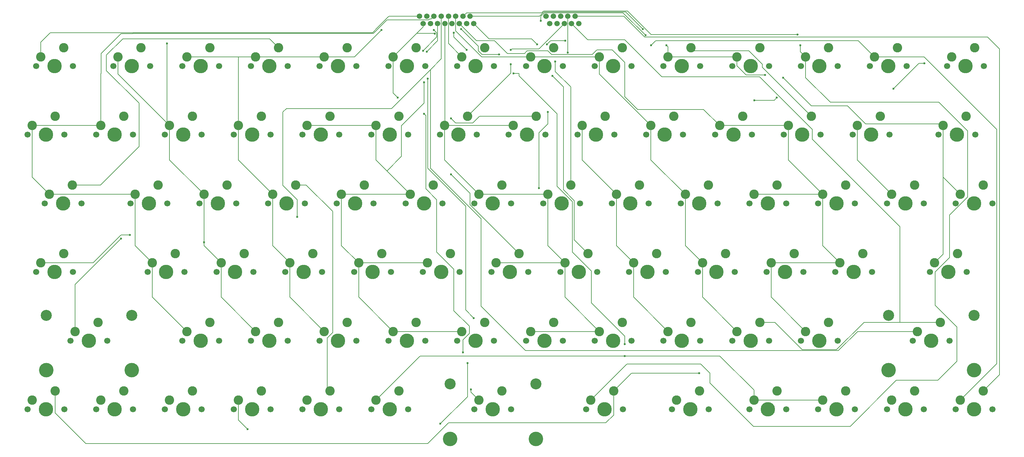
<source format=gbr>
G04 #@! TF.FileFunction,Copper,L2,Bot,Signal*
%FSLAX46Y46*%
G04 Gerber Fmt 4.6, Leading zero omitted, Abs format (unit mm)*
G04 Created by KiCad (PCBNEW 4.0.6) date 08/19/17 18:46:32*
%MOMM*%
%LPD*%
G01*
G04 APERTURE LIST*
%ADD10C,0.100000*%
%ADD11C,1.500000*%
%ADD12C,1.524000*%
%ADD13C,3.980180*%
%ADD14C,2.600000*%
%ADD15C,1.699260*%
%ADD16C,3.050000*%
%ADD17C,4.000000*%
%ADD18C,0.600000*%
%ADD19C,0.140000*%
G04 APERTURE END LIST*
D10*
D11*
X189500000Y-74500000D03*
X190500000Y-76500000D03*
X191500000Y-74500000D03*
X192500000Y-76500000D03*
X193500000Y-74500000D03*
X194500000Y-76500000D03*
X195500000Y-74500000D03*
X196500000Y-76500000D03*
X197500000Y-74500000D03*
X198500000Y-76500000D03*
X199500000Y-74500000D03*
X200500000Y-76500000D03*
X201500000Y-74500000D03*
X202500000Y-76500000D03*
X203500000Y-74500000D03*
X204500000Y-76500000D03*
D12*
X224500000Y-74500000D03*
D11*
X225500000Y-76500000D03*
X226500000Y-74500000D03*
X227500000Y-76500000D03*
X228500000Y-74500000D03*
X229500000Y-76500000D03*
X230500000Y-74500000D03*
X231500000Y-76500000D03*
X232500000Y-74500000D03*
X233500000Y-76500000D03*
D13*
X88625000Y-88250000D03*
D14*
X91165000Y-83170000D03*
X84815000Y-85710000D03*
D15*
X83545000Y-88250000D03*
X93705000Y-88250000D03*
D13*
X86250000Y-107250000D03*
D14*
X88790000Y-102170000D03*
X82440000Y-104710000D03*
D15*
X81170000Y-107250000D03*
X91330000Y-107250000D03*
D13*
X91000000Y-126250000D03*
D14*
X93540000Y-121170000D03*
X87190000Y-123710000D03*
D15*
X85920000Y-126250000D03*
X96080000Y-126250000D03*
D13*
X88625000Y-145250000D03*
D14*
X91165000Y-140170000D03*
X84815000Y-142710000D03*
D15*
X83545000Y-145250000D03*
X93705000Y-145250000D03*
D13*
X98125000Y-164250000D03*
D14*
X100665000Y-159170000D03*
X94315000Y-161710000D03*
D15*
X93045000Y-164250000D03*
X103205000Y-164250000D03*
D13*
X86250000Y-183250000D03*
D14*
X88790000Y-178170000D03*
X82440000Y-180710000D03*
D15*
X81170000Y-183250000D03*
X91330000Y-183250000D03*
D13*
X110000000Y-88250000D03*
D14*
X112540000Y-83170000D03*
X106190000Y-85710000D03*
D15*
X104920000Y-88250000D03*
X115080000Y-88250000D03*
D13*
X105250000Y-107250000D03*
D14*
X107790000Y-102170000D03*
X101440000Y-104710000D03*
D15*
X100170000Y-107250000D03*
X110330000Y-107250000D03*
D13*
X114750000Y-126250000D03*
D14*
X117290000Y-121170000D03*
X110940000Y-123710000D03*
D15*
X109670000Y-126250000D03*
X119830000Y-126250000D03*
D13*
X119500000Y-145250000D03*
D14*
X122040000Y-140170000D03*
X115690000Y-142710000D03*
D15*
X114420000Y-145250000D03*
X124580000Y-145250000D03*
D13*
X129000000Y-164250000D03*
D14*
X131540000Y-159170000D03*
X125190000Y-161710000D03*
D15*
X123920000Y-164250000D03*
X134080000Y-164250000D03*
D13*
X105250000Y-183250000D03*
D14*
X107790000Y-178170000D03*
X101440000Y-180710000D03*
D15*
X100170000Y-183250000D03*
X110330000Y-183250000D03*
D13*
X129000000Y-88250000D03*
D14*
X131540000Y-83170000D03*
X125190000Y-85710000D03*
D15*
X123920000Y-88250000D03*
X134080000Y-88250000D03*
D13*
X124250000Y-107250000D03*
D14*
X126790000Y-102170000D03*
X120440000Y-104710000D03*
D15*
X119170000Y-107250000D03*
X129330000Y-107250000D03*
D13*
X133750000Y-126250000D03*
D14*
X136290000Y-121170000D03*
X129940000Y-123710000D03*
D15*
X128670000Y-126250000D03*
X138830000Y-126250000D03*
D13*
X138500000Y-145250000D03*
D14*
X141040000Y-140170000D03*
X134690000Y-142710000D03*
D15*
X133420000Y-145250000D03*
X143580000Y-145250000D03*
D13*
X148000000Y-164250000D03*
D14*
X150540000Y-159170000D03*
X144190000Y-161710000D03*
D15*
X142920000Y-164250000D03*
X153080000Y-164250000D03*
D13*
X124250000Y-183250000D03*
D14*
X126790000Y-178170000D03*
X120440000Y-180710000D03*
D15*
X119170000Y-183250000D03*
X129330000Y-183250000D03*
D13*
X148000000Y-88250000D03*
D14*
X150540000Y-83170000D03*
X144190000Y-85710000D03*
D15*
X142920000Y-88250000D03*
X153080000Y-88250000D03*
D13*
X143250000Y-107250000D03*
D14*
X145790000Y-102170000D03*
X139440000Y-104710000D03*
D15*
X138170000Y-107250000D03*
X148330000Y-107250000D03*
D13*
X152750000Y-126250000D03*
D14*
X155290000Y-121170000D03*
X148940000Y-123710000D03*
D15*
X147670000Y-126250000D03*
X157830000Y-126250000D03*
D13*
X157500000Y-145250000D03*
D14*
X160040000Y-140170000D03*
X153690000Y-142710000D03*
D15*
X152420000Y-145250000D03*
X162580000Y-145250000D03*
D13*
X167000000Y-164250000D03*
D14*
X169540000Y-159170000D03*
X163190000Y-161710000D03*
D15*
X161920000Y-164250000D03*
X172080000Y-164250000D03*
D13*
X143250000Y-183250000D03*
D14*
X145790000Y-178170000D03*
X139440000Y-180710000D03*
D15*
X138170000Y-183250000D03*
X148330000Y-183250000D03*
D13*
X167000000Y-88250000D03*
D14*
X169540000Y-83170000D03*
X163190000Y-85710000D03*
D15*
X161920000Y-88250000D03*
X172080000Y-88250000D03*
D13*
X162250000Y-107250000D03*
D14*
X164790000Y-102170000D03*
X158440000Y-104710000D03*
D15*
X157170000Y-107250000D03*
X167330000Y-107250000D03*
D13*
X171750000Y-126250000D03*
D14*
X174290000Y-121170000D03*
X167940000Y-123710000D03*
D15*
X166670000Y-126250000D03*
X176830000Y-126250000D03*
D13*
X176500000Y-145250000D03*
D14*
X179040000Y-140170000D03*
X172690000Y-142710000D03*
D15*
X171420000Y-145250000D03*
X181580000Y-145250000D03*
D13*
X186000000Y-164250000D03*
D14*
X188540000Y-159170000D03*
X182190000Y-161710000D03*
D15*
X180920000Y-164250000D03*
X191080000Y-164250000D03*
D13*
X162250000Y-183250000D03*
D14*
X164790000Y-178170000D03*
X158440000Y-180710000D03*
D15*
X157170000Y-183250000D03*
X167330000Y-183250000D03*
D13*
X186000000Y-88250000D03*
D14*
X188540000Y-83170000D03*
X182190000Y-85710000D03*
D15*
X180920000Y-88250000D03*
X191080000Y-88250000D03*
D13*
X181250000Y-107250000D03*
D14*
X183790000Y-102170000D03*
X177440000Y-104710000D03*
D15*
X176170000Y-107250000D03*
X186330000Y-107250000D03*
D13*
X190750000Y-126250000D03*
D14*
X193290000Y-121170000D03*
X186940000Y-123710000D03*
D15*
X185670000Y-126250000D03*
X195830000Y-126250000D03*
D13*
X195500000Y-145250000D03*
D14*
X198040000Y-140170000D03*
X191690000Y-142710000D03*
D15*
X190420000Y-145250000D03*
X200580000Y-145250000D03*
D13*
X205000000Y-164250000D03*
D14*
X207540000Y-159170000D03*
X201190000Y-161710000D03*
D15*
X199920000Y-164250000D03*
X210080000Y-164250000D03*
D13*
X181250000Y-183250000D03*
D14*
X183790000Y-178170000D03*
X177440000Y-180710000D03*
D15*
X176170000Y-183250000D03*
X186330000Y-183250000D03*
D13*
X205000000Y-88250000D03*
D14*
X207540000Y-83170000D03*
X201190000Y-85710000D03*
D15*
X199920000Y-88250000D03*
X210080000Y-88250000D03*
D13*
X200250000Y-107250000D03*
D14*
X202790000Y-102170000D03*
X196440000Y-104710000D03*
D15*
X195170000Y-107250000D03*
X205330000Y-107250000D03*
D13*
X209750000Y-126250000D03*
D14*
X212290000Y-121170000D03*
X205940000Y-123710000D03*
D15*
X204670000Y-126250000D03*
X214830000Y-126250000D03*
D13*
X214500000Y-145250000D03*
D14*
X217040000Y-140170000D03*
X210690000Y-142710000D03*
D15*
X209420000Y-145250000D03*
X219580000Y-145250000D03*
D13*
X224000000Y-164250000D03*
D14*
X226540000Y-159170000D03*
X220190000Y-161710000D03*
D15*
X218920000Y-164250000D03*
X229080000Y-164250000D03*
D13*
X209750000Y-183250000D03*
D14*
X212290000Y-178170000D03*
X205940000Y-180710000D03*
D15*
X204670000Y-183250000D03*
X214830000Y-183250000D03*
D13*
X224000000Y-88250000D03*
D14*
X226540000Y-83170000D03*
X220190000Y-85710000D03*
D15*
X218920000Y-88250000D03*
X229080000Y-88250000D03*
D13*
X219250000Y-107250000D03*
D14*
X221790000Y-102170000D03*
X215440000Y-104710000D03*
D15*
X214170000Y-107250000D03*
X224330000Y-107250000D03*
D13*
X228750000Y-126250000D03*
D14*
X231290000Y-121170000D03*
X224940000Y-123710000D03*
D15*
X223670000Y-126250000D03*
X233830000Y-126250000D03*
D13*
X233500000Y-145250000D03*
D14*
X236040000Y-140170000D03*
X229690000Y-142710000D03*
D15*
X228420000Y-145250000D03*
X238580000Y-145250000D03*
D13*
X243000000Y-164250000D03*
D14*
X245540000Y-159170000D03*
X239190000Y-161710000D03*
D15*
X237920000Y-164250000D03*
X248080000Y-164250000D03*
D13*
X240625000Y-183250000D03*
D14*
X243165000Y-178170000D03*
X236815000Y-180710000D03*
D15*
X235545000Y-183250000D03*
X245705000Y-183250000D03*
D13*
X243000000Y-88250000D03*
D14*
X245540000Y-83170000D03*
X239190000Y-85710000D03*
D15*
X237920000Y-88250000D03*
X248080000Y-88250000D03*
D13*
X238250000Y-107250000D03*
D14*
X240790000Y-102170000D03*
X234440000Y-104710000D03*
D15*
X233170000Y-107250000D03*
X243330000Y-107250000D03*
D13*
X247750000Y-126250000D03*
D14*
X250290000Y-121170000D03*
X243940000Y-123710000D03*
D15*
X242670000Y-126250000D03*
X252830000Y-126250000D03*
D13*
X252500000Y-145250000D03*
D14*
X255040000Y-140170000D03*
X248690000Y-142710000D03*
D15*
X247420000Y-145250000D03*
X257580000Y-145250000D03*
D13*
X262000000Y-164250000D03*
D14*
X264540000Y-159170000D03*
X258190000Y-161710000D03*
D15*
X256920000Y-164250000D03*
X267080000Y-164250000D03*
D13*
X264375000Y-183250000D03*
D14*
X266915000Y-178170000D03*
X260565000Y-180710000D03*
D15*
X259295000Y-183250000D03*
X269455000Y-183250000D03*
D13*
X262000000Y-88250000D03*
D14*
X264540000Y-83170000D03*
X258190000Y-85710000D03*
D15*
X256920000Y-88250000D03*
X267080000Y-88250000D03*
D13*
X257250000Y-107250000D03*
D14*
X259790000Y-102170000D03*
X253440000Y-104710000D03*
D15*
X252170000Y-107250000D03*
X262330000Y-107250000D03*
D13*
X266750000Y-126250000D03*
D14*
X269290000Y-121170000D03*
X262940000Y-123710000D03*
D15*
X261670000Y-126250000D03*
X271830000Y-126250000D03*
D13*
X271500000Y-145250000D03*
D14*
X274040000Y-140170000D03*
X267690000Y-142710000D03*
D15*
X266420000Y-145250000D03*
X276580000Y-145250000D03*
D13*
X281000000Y-164250000D03*
D14*
X283540000Y-159170000D03*
X277190000Y-161710000D03*
D15*
X275920000Y-164250000D03*
X286080000Y-164250000D03*
D13*
X285750000Y-183250000D03*
D14*
X288290000Y-178170000D03*
X281940000Y-180710000D03*
D15*
X280670000Y-183250000D03*
X290830000Y-183250000D03*
D13*
X281000000Y-88250000D03*
D14*
X283540000Y-83170000D03*
X277190000Y-85710000D03*
D15*
X275920000Y-88250000D03*
X286080000Y-88250000D03*
D13*
X276250000Y-107250000D03*
D14*
X278790000Y-102170000D03*
X272440000Y-104710000D03*
D15*
X271170000Y-107250000D03*
X281330000Y-107250000D03*
D13*
X285750000Y-126250000D03*
D14*
X288290000Y-121170000D03*
X281940000Y-123710000D03*
D15*
X280670000Y-126250000D03*
X290830000Y-126250000D03*
D13*
X290500000Y-145250000D03*
D14*
X293040000Y-140170000D03*
X286690000Y-142710000D03*
D15*
X285420000Y-145250000D03*
X295580000Y-145250000D03*
D13*
X300000000Y-164250000D03*
D14*
X302540000Y-159170000D03*
X296190000Y-161710000D03*
D15*
X294920000Y-164250000D03*
X305080000Y-164250000D03*
D13*
X323750000Y-183250000D03*
D14*
X326290000Y-178170000D03*
X319940000Y-180710000D03*
D15*
X318670000Y-183250000D03*
X328830000Y-183250000D03*
D13*
X300000000Y-88250000D03*
D14*
X302540000Y-83170000D03*
X296190000Y-85710000D03*
D15*
X294920000Y-88250000D03*
X305080000Y-88250000D03*
D13*
X295250000Y-107250000D03*
D14*
X297790000Y-102170000D03*
X291440000Y-104710000D03*
D15*
X290170000Y-107250000D03*
X300330000Y-107250000D03*
D13*
X304750000Y-126250000D03*
D14*
X307290000Y-121170000D03*
X300940000Y-123710000D03*
D15*
X299670000Y-126250000D03*
X309830000Y-126250000D03*
D13*
X309500000Y-145250000D03*
D14*
X312040000Y-140170000D03*
X305690000Y-142710000D03*
D15*
X304420000Y-145250000D03*
X314580000Y-145250000D03*
D13*
X330875000Y-164250000D03*
D14*
X333415000Y-159170000D03*
X327065000Y-161710000D03*
D15*
X325795000Y-164250000D03*
X335955000Y-164250000D03*
D13*
X304750000Y-183250000D03*
D14*
X307290000Y-178170000D03*
X300940000Y-180710000D03*
D15*
X299670000Y-183250000D03*
X309830000Y-183250000D03*
D13*
X319000000Y-88250000D03*
D14*
X321540000Y-83170000D03*
X315190000Y-85710000D03*
D15*
X313920000Y-88250000D03*
X324080000Y-88250000D03*
D13*
X314250000Y-107250000D03*
D14*
X316790000Y-102170000D03*
X310440000Y-104710000D03*
D15*
X309170000Y-107250000D03*
X319330000Y-107250000D03*
D13*
X323750000Y-126250000D03*
D14*
X326290000Y-121170000D03*
X319940000Y-123710000D03*
D15*
X318670000Y-126250000D03*
X328830000Y-126250000D03*
D13*
X335625000Y-145250000D03*
D14*
X338165000Y-140170000D03*
X331815000Y-142710000D03*
D15*
X330545000Y-145250000D03*
X340705000Y-145250000D03*
D13*
X342750000Y-183250000D03*
D14*
X345290000Y-178170000D03*
X338940000Y-180710000D03*
D15*
X337670000Y-183250000D03*
X347830000Y-183250000D03*
D13*
X340375000Y-88250000D03*
D14*
X342915000Y-83170000D03*
X336565000Y-85710000D03*
D15*
X335295000Y-88250000D03*
X345455000Y-88250000D03*
D13*
X338000000Y-107250000D03*
D14*
X340540000Y-102170000D03*
X334190000Y-104710000D03*
D15*
X332920000Y-107250000D03*
X343080000Y-107250000D03*
D13*
X342750000Y-126250000D03*
D14*
X345290000Y-121170000D03*
X338940000Y-123710000D03*
D15*
X337670000Y-126250000D03*
X347830000Y-126250000D03*
D16*
X86325000Y-157250000D03*
X110025000Y-157250000D03*
D17*
X110025000Y-172450000D03*
X86325000Y-172450000D03*
D16*
X319075000Y-157250000D03*
X342775000Y-157250000D03*
D17*
X342775000Y-172450000D03*
X319075000Y-172450000D03*
D16*
X197950000Y-176250000D03*
X221650000Y-176250000D03*
D17*
X221650000Y-191450000D03*
X197950000Y-191450000D03*
D18*
X285000000Y-90750000D03*
X290000000Y-91500000D03*
X203750000Y-177750000D03*
X201500000Y-167500000D03*
X190750000Y-101500000D03*
X183500000Y-97000000D03*
X257750000Y-82500000D03*
X252000000Y-79750000D03*
X223000000Y-75750000D03*
X193750000Y-79250000D03*
X179000000Y-78250000D03*
X119750000Y-82000000D03*
X130000000Y-137000000D03*
X109500000Y-135000000D03*
X191500000Y-84250000D03*
X190750000Y-92750000D03*
X107000000Y-136000000D03*
X155750000Y-130000000D03*
X195250000Y-187250000D03*
X193500000Y-78250000D03*
X190500000Y-84000000D03*
X191750000Y-91750000D03*
X204500000Y-158000000D03*
X202750000Y-170500000D03*
X294750000Y-82500000D03*
X294000000Y-79500000D03*
X246250000Y-168500000D03*
X246250000Y-165250000D03*
X215500000Y-90250000D03*
X211500000Y-85000000D03*
X201000000Y-78000000D03*
X253500000Y-82500000D03*
X251250000Y-78000000D03*
X142000000Y-188750000D03*
X329000000Y-87500000D03*
X320500000Y-94500000D03*
X288250000Y-97000000D03*
X282000000Y-97750000D03*
X229750000Y-81250000D03*
X224750000Y-82250000D03*
X222000000Y-82250000D03*
X202500000Y-83750000D03*
X199000000Y-79000000D03*
X222500000Y-122000000D03*
X225000000Y-101000000D03*
X198250000Y-118250000D03*
X226250000Y-91000000D03*
X227000000Y-87000000D03*
X214750000Y-87750000D03*
X214750000Y-83750000D03*
X198250000Y-102750000D03*
X230500000Y-84500000D03*
X266750000Y-173250000D03*
D19*
X178000000Y-77500000D02*
X181000000Y-74500000D01*
X178000000Y-77500000D02*
X176500000Y-79000000D01*
X84815000Y-85710000D02*
X84815000Y-81685000D01*
X84815000Y-81685000D02*
X87500000Y-79000000D01*
X176500000Y-79000000D02*
X87500000Y-79000000D01*
X181000000Y-74500000D02*
X189500000Y-74500000D01*
X334190000Y-104710000D02*
X333730000Y-104250000D01*
X333730000Y-104250000D02*
X312750000Y-104250000D01*
X277190000Y-88190000D02*
X277190000Y-85710000D01*
X279750000Y-90750000D02*
X277190000Y-88190000D01*
X285000000Y-90750000D02*
X279750000Y-90750000D01*
X297750000Y-99250000D02*
X290000000Y-91500000D01*
X307750000Y-99250000D02*
X297750000Y-99250000D01*
X312750000Y-104250000D02*
X307750000Y-99250000D01*
X182190000Y-85710000D02*
X182190000Y-95690000D01*
X203750000Y-178520000D02*
X205940000Y-180710000D01*
X203750000Y-177750000D02*
X203750000Y-178520000D01*
X201500000Y-164000000D02*
X201500000Y-167500000D01*
X203250000Y-162250000D02*
X201500000Y-164000000D01*
X203250000Y-160250000D02*
X203250000Y-162250000D01*
X199000000Y-156000000D02*
X203250000Y-160250000D01*
X199000000Y-144500000D02*
X199000000Y-156000000D01*
X194250000Y-139750000D02*
X199000000Y-144500000D01*
X194250000Y-125250000D02*
X194250000Y-139750000D01*
X191250000Y-122250000D02*
X194250000Y-125250000D01*
X191250000Y-102000000D02*
X191250000Y-122250000D01*
X190750000Y-101500000D02*
X191250000Y-102000000D01*
X182190000Y-95690000D02*
X183500000Y-97000000D01*
X188700000Y-79200000D02*
X193700000Y-79200000D01*
X258190000Y-82940000D02*
X258190000Y-85710000D01*
X257750000Y-82500000D02*
X258190000Y-82940000D01*
X245750000Y-73500000D02*
X252000000Y-79750000D01*
X224000000Y-73500000D02*
X245750000Y-73500000D01*
X223000000Y-74500000D02*
X224000000Y-73500000D01*
X223000000Y-75750000D02*
X223000000Y-74500000D01*
X193700000Y-79200000D02*
X193750000Y-79250000D01*
X190500000Y-76500000D02*
X190500000Y-77400000D01*
X190500000Y-77400000D02*
X188700000Y-79200000D01*
X188700000Y-79200000D02*
X182190000Y-85710000D01*
X334190000Y-118960000D02*
X334190000Y-140335000D01*
X334190000Y-140335000D02*
X331815000Y-142710000D01*
X334190000Y-104710000D02*
X334190000Y-118960000D01*
X334190000Y-118960000D02*
X338940000Y-123710000D01*
X258190000Y-85710000D02*
X277190000Y-85710000D01*
X171540000Y-85710000D02*
X163190000Y-85710000D01*
X179000000Y-78250000D02*
X171540000Y-85710000D01*
X139440000Y-104710000D02*
X139440000Y-114210000D01*
X139440000Y-114210000D02*
X148940000Y-123710000D01*
X148940000Y-123710000D02*
X148940000Y-137960000D01*
X148940000Y-137960000D02*
X153690000Y-142710000D01*
X153690000Y-142710000D02*
X153690000Y-152210000D01*
X153690000Y-152210000D02*
X163190000Y-161710000D01*
X139440000Y-104710000D02*
X139440000Y-85710000D01*
X139500000Y-85750000D02*
X139500000Y-85710000D01*
X139480000Y-85750000D02*
X139500000Y-85750000D01*
X139440000Y-85710000D02*
X139480000Y-85750000D01*
X125190000Y-85710000D02*
X139500000Y-85710000D01*
X139500000Y-85710000D02*
X144190000Y-85710000D01*
X144190000Y-85710000D02*
X163190000Y-85710000D01*
X119750000Y-82000000D02*
X119750000Y-104020000D01*
X119750000Y-104020000D02*
X120440000Y-104710000D01*
X84815000Y-142710000D02*
X99290000Y-142710000D01*
X130000000Y-137000000D02*
X129940000Y-137000000D01*
X107000000Y-135000000D02*
X109500000Y-135000000D01*
X99290000Y-142710000D02*
X107000000Y-135000000D01*
X106190000Y-85710000D02*
X106190000Y-90460000D01*
X106190000Y-90460000D02*
X120440000Y-104710000D01*
X120440000Y-104710000D02*
X120440000Y-114210000D01*
X120440000Y-114210000D02*
X129940000Y-123710000D01*
X129940000Y-123710000D02*
X129940000Y-137000000D01*
X129940000Y-137000000D02*
X129940000Y-137960000D01*
X129940000Y-137960000D02*
X134690000Y-142710000D01*
X134690000Y-142710000D02*
X134690000Y-152210000D01*
X134690000Y-152210000D02*
X144190000Y-161710000D01*
X110250000Y-79250000D02*
X107000000Y-79250000D01*
X101500000Y-90250000D02*
X101440000Y-90250000D01*
X101500000Y-84750000D02*
X101500000Y-90250000D01*
X107000000Y-79250000D02*
X101500000Y-84750000D01*
X193500000Y-74500000D02*
X192750000Y-75250000D01*
X101440000Y-90250000D02*
X101440000Y-104710000D01*
X110257998Y-79242002D02*
X110250000Y-79250000D01*
X176757998Y-79242002D02*
X110257998Y-79242002D01*
X180500000Y-75500000D02*
X176757998Y-79242002D01*
X192000000Y-75500000D02*
X180500000Y-75500000D01*
X192250000Y-75250000D02*
X192000000Y-75500000D01*
X192750000Y-75250000D02*
X192250000Y-75250000D01*
X115690000Y-142710000D02*
X115690000Y-152210000D01*
X115690000Y-152210000D02*
X125190000Y-161710000D01*
X110940000Y-123710000D02*
X110940000Y-137960000D01*
X110940000Y-137960000D02*
X115690000Y-142710000D01*
X82440000Y-104710000D02*
X82440000Y-118960000D01*
X82440000Y-118960000D02*
X87190000Y-123710000D01*
X87190000Y-123710000D02*
X110940000Y-123710000D01*
X101440000Y-104710000D02*
X82440000Y-104710000D01*
X180490000Y-117260000D02*
X184500000Y-113250000D01*
X194500000Y-81250000D02*
X194500000Y-76500000D01*
X191500000Y-84250000D02*
X194500000Y-81250000D01*
X190750000Y-98500000D02*
X190750000Y-92750000D01*
X184500000Y-104750000D02*
X190750000Y-98500000D01*
X184500000Y-113250000D02*
X184500000Y-104750000D01*
X182190000Y-161710000D02*
X201190000Y-161710000D01*
X172690000Y-142710000D02*
X191690000Y-142710000D01*
X172690000Y-142710000D02*
X172690000Y-152210000D01*
X172690000Y-152210000D02*
X182190000Y-161710000D01*
X167940000Y-123710000D02*
X167940000Y-137960000D01*
X167940000Y-137960000D02*
X172690000Y-142710000D01*
X186940000Y-123710000D02*
X167940000Y-123710000D01*
X177440000Y-104710000D02*
X177440000Y-114210000D01*
X177440000Y-114210000D02*
X180490000Y-117260000D01*
X180490000Y-117260000D02*
X186940000Y-123710000D01*
X158440000Y-104710000D02*
X177440000Y-104710000D01*
X192500000Y-89250000D02*
X192500000Y-116500000D01*
X310540000Y-161710000D02*
X327065000Y-161710000D01*
X305250000Y-167000000D02*
X310540000Y-161710000D01*
X218750000Y-167000000D02*
X305250000Y-167000000D01*
X206500000Y-154750000D02*
X218750000Y-167000000D01*
X206500000Y-130500000D02*
X206500000Y-154750000D01*
X192500000Y-116500000D02*
X206500000Y-130500000D01*
X195500000Y-74500000D02*
X195500000Y-86250000D01*
X94315000Y-148685000D02*
X94315000Y-161710000D01*
X107000000Y-136000000D02*
X94315000Y-148685000D01*
X155750000Y-125250000D02*
X155750000Y-130000000D01*
X151750000Y-121250000D02*
X155750000Y-125250000D01*
X151750000Y-101000000D02*
X151750000Y-121250000D01*
X152750000Y-100000000D02*
X151750000Y-101000000D01*
X181750000Y-100000000D02*
X152750000Y-100000000D01*
X195500000Y-86250000D02*
X192500000Y-89250000D01*
X192500000Y-89250000D02*
X181750000Y-100000000D01*
X239190000Y-161710000D02*
X220190000Y-161710000D01*
X229690000Y-142710000D02*
X229690000Y-152210000D01*
X229690000Y-152210000D02*
X239190000Y-161710000D01*
X229690000Y-142710000D02*
X210690000Y-142710000D01*
X224940000Y-123710000D02*
X224940000Y-137960000D01*
X224940000Y-137960000D02*
X229690000Y-142710000D01*
X205940000Y-123710000D02*
X224940000Y-123710000D01*
X196440000Y-104710000D02*
X196440000Y-114210000D01*
X196440000Y-114210000D02*
X205940000Y-123710000D01*
X196500000Y-76500000D02*
X196500000Y-104650000D01*
X196500000Y-104650000D02*
X196440000Y-104710000D01*
X215440000Y-104710000D02*
X196440000Y-104710000D01*
X310440000Y-104710000D02*
X310440000Y-114210000D01*
X310440000Y-114210000D02*
X319940000Y-123710000D01*
X248690000Y-142710000D02*
X248690000Y-152210000D01*
X248690000Y-152210000D02*
X258190000Y-161710000D01*
X243940000Y-123710000D02*
X243940000Y-137960000D01*
X243940000Y-137960000D02*
X248690000Y-142710000D01*
X234440000Y-104710000D02*
X234440000Y-114210000D01*
X234440000Y-114210000D02*
X243940000Y-123710000D01*
X197500000Y-74500000D02*
X197500000Y-82020000D01*
X197500000Y-82020000D02*
X201190000Y-85710000D01*
X194250000Y-79000000D02*
X193500000Y-78250000D01*
X194250000Y-80250000D02*
X194250000Y-79000000D01*
X190500000Y-84000000D02*
X194250000Y-80250000D01*
X191750000Y-116500000D02*
X191750000Y-91750000D01*
X202250000Y-127000000D02*
X191750000Y-116500000D01*
X202250000Y-155750000D02*
X202250000Y-127000000D01*
X204500000Y-158000000D02*
X202250000Y-155750000D01*
X202750000Y-179750000D02*
X202750000Y-170500000D01*
X202750000Y-179750000D02*
X195250000Y-187250000D01*
X267690000Y-142710000D02*
X267690000Y-152210000D01*
X267690000Y-152210000D02*
X277190000Y-161710000D01*
X262940000Y-123710000D02*
X262940000Y-137960000D01*
X262940000Y-137960000D02*
X267690000Y-142710000D01*
X253440000Y-104710000D02*
X253440000Y-114210000D01*
X253440000Y-114210000D02*
X262940000Y-123710000D01*
X239190000Y-85710000D02*
X239190000Y-90460000D01*
X239190000Y-90460000D02*
X253440000Y-104710000D01*
X220190000Y-85710000D02*
X239190000Y-85710000D01*
X199500000Y-74500000D02*
X199500000Y-78500000D01*
X206710000Y-85710000D02*
X220190000Y-85710000D01*
X199500000Y-78500000D02*
X206710000Y-85710000D01*
X200500000Y-76500000D02*
X205250000Y-81250000D01*
X267980000Y-100250000D02*
X272440000Y-104710000D01*
X249750000Y-100250000D02*
X267980000Y-100250000D01*
X246250000Y-96750000D02*
X249750000Y-100250000D01*
X246250000Y-87250000D02*
X246250000Y-96750000D01*
X242750000Y-83750000D02*
X246250000Y-87250000D01*
X238500000Y-83750000D02*
X242750000Y-83750000D01*
X237250000Y-85000000D02*
X238500000Y-83750000D01*
X226000000Y-85000000D02*
X237250000Y-85000000D01*
X225000000Y-84000000D02*
X226000000Y-85000000D01*
X219250000Y-84000000D02*
X225000000Y-84000000D01*
X218500000Y-84750000D02*
X219250000Y-84000000D01*
X213750000Y-84750000D02*
X218500000Y-84750000D01*
X210250000Y-81250000D02*
X213750000Y-84750000D01*
X205250000Y-81250000D02*
X210250000Y-81250000D01*
X286690000Y-142710000D02*
X286690000Y-152210000D01*
X286690000Y-152210000D02*
X296190000Y-161710000D01*
X286690000Y-142710000D02*
X305690000Y-142710000D01*
X300940000Y-123710000D02*
X300940000Y-137960000D01*
X300940000Y-137960000D02*
X305690000Y-142710000D01*
X281940000Y-123710000D02*
X300940000Y-123710000D01*
X291440000Y-104710000D02*
X291440000Y-114210000D01*
X291440000Y-114210000D02*
X300940000Y-123710000D01*
X272440000Y-104710000D02*
X291440000Y-104710000D01*
X296190000Y-85710000D02*
X296190000Y-91440000D01*
X246775000Y-170750000D02*
X236815000Y-180710000D01*
X267250000Y-170750000D02*
X246775000Y-170750000D01*
X269750000Y-173250000D02*
X267250000Y-170750000D01*
X269750000Y-176000000D02*
X269750000Y-173250000D01*
X281750000Y-188000000D02*
X269750000Y-176000000D01*
X308500000Y-188000000D02*
X281750000Y-188000000D01*
X321250000Y-175250000D02*
X308500000Y-188000000D01*
X332750000Y-175250000D02*
X321250000Y-175250000D01*
X338000000Y-170000000D02*
X332750000Y-175250000D01*
X338000000Y-160500000D02*
X338000000Y-170000000D01*
X332000000Y-154500000D02*
X338000000Y-160500000D01*
X332000000Y-145250000D02*
X332000000Y-154500000D01*
X336000000Y-141250000D02*
X332000000Y-145250000D01*
X336000000Y-129500000D02*
X336000000Y-141250000D01*
X341000000Y-124500000D02*
X336000000Y-129500000D01*
X341000000Y-106250000D02*
X341000000Y-124500000D01*
X333000000Y-98250000D02*
X341000000Y-106250000D01*
X303000000Y-98250000D02*
X333000000Y-98250000D01*
X296190000Y-91440000D02*
X303000000Y-98250000D01*
X201500000Y-74500000D02*
X202500000Y-73500000D01*
X294750000Y-84270000D02*
X296190000Y-85710000D01*
X294750000Y-82500000D02*
X294750000Y-84270000D01*
X253500000Y-79500000D02*
X294000000Y-79500000D01*
X247000000Y-73000000D02*
X253500000Y-79500000D01*
X223750000Y-73000000D02*
X247000000Y-73000000D01*
X223250000Y-73500000D02*
X223750000Y-73000000D01*
X202500000Y-73500000D02*
X223250000Y-73500000D01*
X246250000Y-163000000D02*
X246250000Y-165250000D01*
X237000000Y-153750000D02*
X246250000Y-163000000D01*
X237000000Y-145000000D02*
X237000000Y-153750000D01*
X231750000Y-139750000D02*
X237000000Y-145000000D01*
X231750000Y-125750000D02*
X231750000Y-139750000D01*
X227500000Y-121500000D02*
X231750000Y-125750000D01*
X227500000Y-101500000D02*
X227500000Y-121500000D01*
X217000000Y-91000000D02*
X227500000Y-101500000D01*
X217000000Y-90250000D02*
X217000000Y-91000000D01*
X215500000Y-90250000D02*
X217000000Y-90250000D01*
X206750000Y-85000000D02*
X211500000Y-85000000D01*
X205750000Y-84000000D02*
X206750000Y-85000000D01*
X205750000Y-82750000D02*
X205750000Y-84000000D01*
X201000000Y-78000000D02*
X205750000Y-82750000D01*
X281940000Y-180710000D02*
X281940000Y-177940000D01*
X189650000Y-168500000D02*
X177440000Y-180710000D01*
X272500000Y-168500000D02*
X246250000Y-168500000D01*
X246250000Y-168500000D02*
X189650000Y-168500000D01*
X281940000Y-177940000D02*
X272500000Y-168500000D01*
X281940000Y-180710000D02*
X300940000Y-180710000D01*
X203500000Y-74500000D02*
X222657758Y-74500000D01*
X310730000Y-81250000D02*
X315190000Y-85710000D01*
X254750000Y-81250000D02*
X310730000Y-81250000D01*
X253500000Y-82500000D02*
X254750000Y-81250000D01*
X246500000Y-73250000D02*
X251250000Y-78000000D01*
X223907758Y-73250000D02*
X246500000Y-73250000D01*
X222657758Y-74500000D02*
X223907758Y-73250000D01*
X315190000Y-85710000D02*
X328960000Y-85710000D01*
X349000000Y-170650000D02*
X338940000Y-180710000D01*
X349000000Y-105750000D02*
X349000000Y-170650000D01*
X328960000Y-85710000D02*
X349000000Y-105750000D01*
X139440000Y-186190000D02*
X139440000Y-180710000D01*
X142000000Y-188750000D02*
X139440000Y-186190000D01*
X204500000Y-76500000D02*
X208750000Y-80750000D01*
X327500000Y-87500000D02*
X329000000Y-87500000D01*
X320500000Y-94500000D02*
X327500000Y-87500000D01*
X287500000Y-97750000D02*
X288250000Y-97000000D01*
X282000000Y-97750000D02*
X287500000Y-97750000D01*
X225750000Y-81250000D02*
X229750000Y-81250000D01*
X224750000Y-82250000D02*
X225750000Y-81250000D01*
X220500000Y-80750000D02*
X222000000Y-82250000D01*
X208750000Y-80750000D02*
X220500000Y-80750000D01*
X93540000Y-121170000D02*
X101330000Y-121170000D01*
X148120000Y-80750000D02*
X150540000Y-83170000D01*
X107500000Y-80750000D02*
X148120000Y-80750000D01*
X103000000Y-85250000D02*
X107500000Y-80750000D01*
X103000000Y-89500000D02*
X103000000Y-85250000D01*
X112000000Y-98500000D02*
X103000000Y-89500000D01*
X112000000Y-110500000D02*
X112000000Y-98500000D01*
X101330000Y-121170000D02*
X112000000Y-110500000D01*
X202500000Y-83750000D02*
X199000000Y-80250000D01*
X199000000Y-80250000D02*
X199000000Y-79000000D01*
X222500000Y-106750000D02*
X222500000Y-122000000D01*
X225000000Y-104250000D02*
X222500000Y-106750000D01*
X225000000Y-101000000D02*
X225000000Y-104250000D01*
X203500000Y-126630000D02*
X217040000Y-140170000D01*
X203500000Y-123500000D02*
X203500000Y-126630000D01*
X198250000Y-118250000D02*
X203500000Y-123500000D01*
X232250000Y-136380000D02*
X236040000Y-140170000D01*
X232250000Y-125500000D02*
X232250000Y-136380000D01*
X229250000Y-122500000D02*
X232250000Y-125500000D01*
X229250000Y-94000000D02*
X229250000Y-122500000D01*
X226250000Y-91000000D02*
X229250000Y-94000000D01*
X227000000Y-87000000D02*
X227000000Y-89750000D01*
X227000000Y-89750000D02*
X231290000Y-94040000D01*
X231290000Y-94040000D02*
X231290000Y-121170000D01*
X155290000Y-121170000D02*
X158170000Y-121170000D01*
X164000000Y-163500000D02*
X164000000Y-177380000D01*
X165500000Y-162000000D02*
X164000000Y-163500000D01*
X165500000Y-128500000D02*
X165500000Y-162000000D01*
X158170000Y-121170000D02*
X165500000Y-128500000D01*
X164000000Y-177380000D02*
X164790000Y-178170000D01*
X229500000Y-76500000D02*
X222500000Y-83500000D01*
X214750000Y-90210000D02*
X202790000Y-102170000D01*
X214750000Y-87750000D02*
X214750000Y-90210000D01*
X215000000Y-83500000D02*
X214750000Y-83750000D01*
X222500000Y-83500000D02*
X215000000Y-83500000D01*
X280500000Y-84000000D02*
X284250000Y-87750000D01*
X265370000Y-84000000D02*
X280500000Y-84000000D01*
X284250000Y-88630000D02*
X297790000Y-102170000D01*
X284250000Y-87750000D02*
X284250000Y-88630000D01*
X264540000Y-83170000D02*
X265370000Y-84000000D01*
X221790000Y-102170000D02*
X206080000Y-102170000D01*
X199500000Y-104000000D02*
X198250000Y-102750000D01*
X204250000Y-104000000D02*
X199500000Y-104000000D01*
X206080000Y-102170000D02*
X204250000Y-104000000D01*
X230500000Y-74500000D02*
X230500000Y-84500000D01*
X322250000Y-159170000D02*
X322250000Y-132750000D01*
X236000000Y-81000000D02*
X231500000Y-76500000D01*
X246250000Y-81000000D02*
X236000000Y-81000000D01*
X256500000Y-91250000D02*
X246250000Y-81000000D01*
X283500000Y-91250000D02*
X256500000Y-91250000D01*
X298000000Y-105750000D02*
X283500000Y-91250000D01*
X298000000Y-108500000D02*
X298000000Y-105750000D01*
X322250000Y-132750000D02*
X298000000Y-108500000D01*
X283540000Y-159170000D02*
X287670000Y-159170000D01*
X312330000Y-159170000D02*
X322250000Y-159170000D01*
X322250000Y-159170000D02*
X333415000Y-159170000D01*
X304750000Y-166750000D02*
X312330000Y-159170000D01*
X295250000Y-166750000D02*
X304750000Y-166750000D01*
X287670000Y-159170000D02*
X295250000Y-166750000D01*
X88790000Y-178170000D02*
X88790000Y-184290000D01*
X243165000Y-184835000D02*
X243165000Y-178170000D01*
X241000000Y-187000000D02*
X243165000Y-184835000D01*
X197500000Y-187000000D02*
X241000000Y-187000000D01*
X191750000Y-192750000D02*
X197500000Y-187000000D01*
X97250000Y-192750000D02*
X191750000Y-192750000D01*
X88790000Y-184290000D02*
X97250000Y-192750000D01*
X248085000Y-173250000D02*
X243165000Y-178170000D01*
X266750000Y-173250000D02*
X248085000Y-173250000D01*
X232500000Y-74500000D02*
X246000000Y-74500000D01*
X349750000Y-173710000D02*
X345290000Y-178170000D01*
X349750000Y-83500000D02*
X349750000Y-173710000D01*
X346500000Y-80250000D02*
X349750000Y-83500000D01*
X251750000Y-80250000D02*
X346500000Y-80250000D01*
X246000000Y-74500000D02*
X251750000Y-80250000D01*
M02*

</source>
